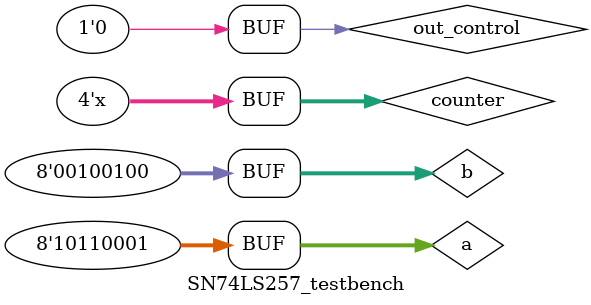
<source format=v>
`timescale 1ns / 1ps


module SN74LS257_testbench;

	// Inputs
	reg [7:0] a;
	reg [7:0] b;
	reg select;
	reg out_control;

	// Outputs
	wire [7:0] y;

	// Instantiate the Unit Under Test (UUT)
	SN74LS257 uut (
		.a(a), 
		.b(b), 
		.select(select), 
		.out_control(out_control), 
		.y(y)
	);
	
	reg [3:0] counter;

	initial begin
		// Initialize Inputs
		a = 0;
		b = 0;
		select = 0;
		out_control = 1;
		counter = 0;

		// Wait 100 ns for global reset to finish
		#1000;
        
		out_control = 0;
      a = 8'b10110001;
		b = 8'b00100100;
	end
      
   always
	begin
	   #100 counter <= counter + 1;
		select <= counter < 8 ? 0 : 1;
	end
	
endmodule


</source>
